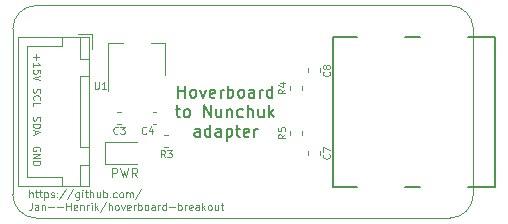
<source format=gto>
G04 #@! TF.GenerationSoftware,KiCad,Pcbnew,(6.0.0-rc1-dev-1-g01c5bdfb8)*
G04 #@! TF.CreationDate,2019-01-02T15:25:24+01:00*
G04 #@! TF.ProjectId,nunchuk_breakout,6E756E6368756B5F627265616B6F7574,rev?*
G04 #@! TF.SameCoordinates,Original*
G04 #@! TF.FileFunction,Legend,Top*
G04 #@! TF.FilePolarity,Positive*
%FSLAX46Y46*%
G04 Gerber Fmt 4.6, Leading zero omitted, Abs format (unit mm)*
G04 Created by KiCad (PCBNEW (6.0.0-rc1-dev-1-g01c5bdfb8)) date Wed Jan  2 15:25:24 2019*
%MOMM*%
%LPD*%
G01*
G04 APERTURE LIST*
%ADD10C,0.110000*%
%ADD11C,0.150000*%
%ADD12C,0.100000*%
%ADD13C,0.120000*%
G04 APERTURE END LIST*
D10*
X97419119Y-107251547D02*
X97419119Y-106601547D01*
X97684833Y-107251547D02*
X97684833Y-106911071D01*
X97655309Y-106849166D01*
X97596261Y-106818214D01*
X97507690Y-106818214D01*
X97448642Y-106849166D01*
X97419119Y-106880119D01*
X97891500Y-106818214D02*
X98127690Y-106818214D01*
X97980071Y-106601547D02*
X97980071Y-107158690D01*
X98009595Y-107220595D01*
X98068642Y-107251547D01*
X98127690Y-107251547D01*
X98245785Y-106818214D02*
X98481976Y-106818214D01*
X98334357Y-106601547D02*
X98334357Y-107158690D01*
X98363880Y-107220595D01*
X98422928Y-107251547D01*
X98481976Y-107251547D01*
X98688642Y-106818214D02*
X98688642Y-107468214D01*
X98688642Y-106849166D02*
X98747690Y-106818214D01*
X98865785Y-106818214D01*
X98924833Y-106849166D01*
X98954357Y-106880119D01*
X98983880Y-106942023D01*
X98983880Y-107127738D01*
X98954357Y-107189642D01*
X98924833Y-107220595D01*
X98865785Y-107251547D01*
X98747690Y-107251547D01*
X98688642Y-107220595D01*
X99220071Y-107220595D02*
X99279119Y-107251547D01*
X99397214Y-107251547D01*
X99456261Y-107220595D01*
X99485785Y-107158690D01*
X99485785Y-107127738D01*
X99456261Y-107065833D01*
X99397214Y-107034880D01*
X99308642Y-107034880D01*
X99249595Y-107003928D01*
X99220071Y-106942023D01*
X99220071Y-106911071D01*
X99249595Y-106849166D01*
X99308642Y-106818214D01*
X99397214Y-106818214D01*
X99456261Y-106849166D01*
X99751500Y-107189642D02*
X99781023Y-107220595D01*
X99751500Y-107251547D01*
X99721976Y-107220595D01*
X99751500Y-107189642D01*
X99751500Y-107251547D01*
X99751500Y-106849166D02*
X99781023Y-106880119D01*
X99751500Y-106911071D01*
X99721976Y-106880119D01*
X99751500Y-106849166D01*
X99751500Y-106911071D01*
X100489595Y-106570595D02*
X99958166Y-107406309D01*
X101139119Y-106570595D02*
X100607690Y-107406309D01*
X101611500Y-106818214D02*
X101611500Y-107344404D01*
X101581976Y-107406309D01*
X101552452Y-107437261D01*
X101493404Y-107468214D01*
X101404833Y-107468214D01*
X101345785Y-107437261D01*
X101611500Y-107220595D02*
X101552452Y-107251547D01*
X101434357Y-107251547D01*
X101375309Y-107220595D01*
X101345785Y-107189642D01*
X101316261Y-107127738D01*
X101316261Y-106942023D01*
X101345785Y-106880119D01*
X101375309Y-106849166D01*
X101434357Y-106818214D01*
X101552452Y-106818214D01*
X101611500Y-106849166D01*
X101906738Y-107251547D02*
X101906738Y-106818214D01*
X101906738Y-106601547D02*
X101877214Y-106632500D01*
X101906738Y-106663452D01*
X101936261Y-106632500D01*
X101906738Y-106601547D01*
X101906738Y-106663452D01*
X102113404Y-106818214D02*
X102349595Y-106818214D01*
X102201976Y-106601547D02*
X102201976Y-107158690D01*
X102231500Y-107220595D01*
X102290547Y-107251547D01*
X102349595Y-107251547D01*
X102556261Y-107251547D02*
X102556261Y-106601547D01*
X102821976Y-107251547D02*
X102821976Y-106911071D01*
X102792452Y-106849166D01*
X102733404Y-106818214D01*
X102644833Y-106818214D01*
X102585785Y-106849166D01*
X102556261Y-106880119D01*
X103382928Y-106818214D02*
X103382928Y-107251547D01*
X103117214Y-106818214D02*
X103117214Y-107158690D01*
X103146738Y-107220595D01*
X103205785Y-107251547D01*
X103294357Y-107251547D01*
X103353404Y-107220595D01*
X103382928Y-107189642D01*
X103678166Y-107251547D02*
X103678166Y-106601547D01*
X103678166Y-106849166D02*
X103737214Y-106818214D01*
X103855309Y-106818214D01*
X103914357Y-106849166D01*
X103943880Y-106880119D01*
X103973404Y-106942023D01*
X103973404Y-107127738D01*
X103943880Y-107189642D01*
X103914357Y-107220595D01*
X103855309Y-107251547D01*
X103737214Y-107251547D01*
X103678166Y-107220595D01*
X104239119Y-107189642D02*
X104268642Y-107220595D01*
X104239119Y-107251547D01*
X104209595Y-107220595D01*
X104239119Y-107189642D01*
X104239119Y-107251547D01*
X104800071Y-107220595D02*
X104741023Y-107251547D01*
X104622928Y-107251547D01*
X104563880Y-107220595D01*
X104534357Y-107189642D01*
X104504833Y-107127738D01*
X104504833Y-106942023D01*
X104534357Y-106880119D01*
X104563880Y-106849166D01*
X104622928Y-106818214D01*
X104741023Y-106818214D01*
X104800071Y-106849166D01*
X105154357Y-107251547D02*
X105095309Y-107220595D01*
X105065785Y-107189642D01*
X105036261Y-107127738D01*
X105036261Y-106942023D01*
X105065785Y-106880119D01*
X105095309Y-106849166D01*
X105154357Y-106818214D01*
X105242928Y-106818214D01*
X105301976Y-106849166D01*
X105331500Y-106880119D01*
X105361023Y-106942023D01*
X105361023Y-107127738D01*
X105331500Y-107189642D01*
X105301976Y-107220595D01*
X105242928Y-107251547D01*
X105154357Y-107251547D01*
X105626738Y-107251547D02*
X105626738Y-106818214D01*
X105626738Y-106880119D02*
X105656261Y-106849166D01*
X105715309Y-106818214D01*
X105803880Y-106818214D01*
X105862928Y-106849166D01*
X105892452Y-106911071D01*
X105892452Y-107251547D01*
X105892452Y-106911071D02*
X105921976Y-106849166D01*
X105981023Y-106818214D01*
X106069595Y-106818214D01*
X106128642Y-106849166D01*
X106158166Y-106911071D01*
X106158166Y-107251547D01*
X106896261Y-106570595D02*
X106364833Y-107406309D01*
X97596261Y-107686547D02*
X97596261Y-108150833D01*
X97566738Y-108243690D01*
X97507690Y-108305595D01*
X97419119Y-108336547D01*
X97360071Y-108336547D01*
X98157214Y-108336547D02*
X98157214Y-107996071D01*
X98127690Y-107934166D01*
X98068642Y-107903214D01*
X97950547Y-107903214D01*
X97891500Y-107934166D01*
X98157214Y-108305595D02*
X98098166Y-108336547D01*
X97950547Y-108336547D01*
X97891500Y-108305595D01*
X97861976Y-108243690D01*
X97861976Y-108181785D01*
X97891500Y-108119880D01*
X97950547Y-108088928D01*
X98098166Y-108088928D01*
X98157214Y-108057976D01*
X98452452Y-107903214D02*
X98452452Y-108336547D01*
X98452452Y-107965119D02*
X98481976Y-107934166D01*
X98541023Y-107903214D01*
X98629595Y-107903214D01*
X98688642Y-107934166D01*
X98718166Y-107996071D01*
X98718166Y-108336547D01*
X99013404Y-108088928D02*
X99485785Y-108088928D01*
X99781023Y-108088928D02*
X100253404Y-108088928D01*
X100548642Y-108336547D02*
X100548642Y-107686547D01*
X100548642Y-107996071D02*
X100902928Y-107996071D01*
X100902928Y-108336547D02*
X100902928Y-107686547D01*
X101434357Y-108305595D02*
X101375309Y-108336547D01*
X101257214Y-108336547D01*
X101198166Y-108305595D01*
X101168642Y-108243690D01*
X101168642Y-107996071D01*
X101198166Y-107934166D01*
X101257214Y-107903214D01*
X101375309Y-107903214D01*
X101434357Y-107934166D01*
X101463880Y-107996071D01*
X101463880Y-108057976D01*
X101168642Y-108119880D01*
X101729595Y-107903214D02*
X101729595Y-108336547D01*
X101729595Y-107965119D02*
X101759119Y-107934166D01*
X101818166Y-107903214D01*
X101906738Y-107903214D01*
X101965785Y-107934166D01*
X101995309Y-107996071D01*
X101995309Y-108336547D01*
X102290547Y-108336547D02*
X102290547Y-107903214D01*
X102290547Y-108027023D02*
X102320071Y-107965119D01*
X102349595Y-107934166D01*
X102408642Y-107903214D01*
X102467690Y-107903214D01*
X102674357Y-108336547D02*
X102674357Y-107903214D01*
X102674357Y-107686547D02*
X102644833Y-107717500D01*
X102674357Y-107748452D01*
X102703880Y-107717500D01*
X102674357Y-107686547D01*
X102674357Y-107748452D01*
X102969595Y-108336547D02*
X102969595Y-107686547D01*
X103028642Y-108088928D02*
X103205785Y-108336547D01*
X103205785Y-107903214D02*
X102969595Y-108150833D01*
X103914357Y-107655595D02*
X103382928Y-108491309D01*
X104121023Y-108336547D02*
X104121023Y-107686547D01*
X104386738Y-108336547D02*
X104386738Y-107996071D01*
X104357214Y-107934166D01*
X104298166Y-107903214D01*
X104209595Y-107903214D01*
X104150547Y-107934166D01*
X104121023Y-107965119D01*
X104770547Y-108336547D02*
X104711500Y-108305595D01*
X104681976Y-108274642D01*
X104652452Y-108212738D01*
X104652452Y-108027023D01*
X104681976Y-107965119D01*
X104711500Y-107934166D01*
X104770547Y-107903214D01*
X104859119Y-107903214D01*
X104918166Y-107934166D01*
X104947690Y-107965119D01*
X104977214Y-108027023D01*
X104977214Y-108212738D01*
X104947690Y-108274642D01*
X104918166Y-108305595D01*
X104859119Y-108336547D01*
X104770547Y-108336547D01*
X105183880Y-107903214D02*
X105331500Y-108336547D01*
X105479119Y-107903214D01*
X105951500Y-108305595D02*
X105892452Y-108336547D01*
X105774357Y-108336547D01*
X105715309Y-108305595D01*
X105685785Y-108243690D01*
X105685785Y-107996071D01*
X105715309Y-107934166D01*
X105774357Y-107903214D01*
X105892452Y-107903214D01*
X105951500Y-107934166D01*
X105981023Y-107996071D01*
X105981023Y-108057976D01*
X105685785Y-108119880D01*
X106246738Y-108336547D02*
X106246738Y-107903214D01*
X106246738Y-108027023D02*
X106276261Y-107965119D01*
X106305785Y-107934166D01*
X106364833Y-107903214D01*
X106423880Y-107903214D01*
X106630547Y-108336547D02*
X106630547Y-107686547D01*
X106630547Y-107934166D02*
X106689595Y-107903214D01*
X106807690Y-107903214D01*
X106866738Y-107934166D01*
X106896261Y-107965119D01*
X106925785Y-108027023D01*
X106925785Y-108212738D01*
X106896261Y-108274642D01*
X106866738Y-108305595D01*
X106807690Y-108336547D01*
X106689595Y-108336547D01*
X106630547Y-108305595D01*
X107280071Y-108336547D02*
X107221023Y-108305595D01*
X107191500Y-108274642D01*
X107161976Y-108212738D01*
X107161976Y-108027023D01*
X107191500Y-107965119D01*
X107221023Y-107934166D01*
X107280071Y-107903214D01*
X107368642Y-107903214D01*
X107427690Y-107934166D01*
X107457214Y-107965119D01*
X107486738Y-108027023D01*
X107486738Y-108212738D01*
X107457214Y-108274642D01*
X107427690Y-108305595D01*
X107368642Y-108336547D01*
X107280071Y-108336547D01*
X108018166Y-108336547D02*
X108018166Y-107996071D01*
X107988642Y-107934166D01*
X107929595Y-107903214D01*
X107811500Y-107903214D01*
X107752452Y-107934166D01*
X108018166Y-108305595D02*
X107959119Y-108336547D01*
X107811500Y-108336547D01*
X107752452Y-108305595D01*
X107722928Y-108243690D01*
X107722928Y-108181785D01*
X107752452Y-108119880D01*
X107811500Y-108088928D01*
X107959119Y-108088928D01*
X108018166Y-108057976D01*
X108313404Y-108336547D02*
X108313404Y-107903214D01*
X108313404Y-108027023D02*
X108342928Y-107965119D01*
X108372452Y-107934166D01*
X108431500Y-107903214D01*
X108490547Y-107903214D01*
X108962928Y-108336547D02*
X108962928Y-107686547D01*
X108962928Y-108305595D02*
X108903880Y-108336547D01*
X108785785Y-108336547D01*
X108726738Y-108305595D01*
X108697214Y-108274642D01*
X108667690Y-108212738D01*
X108667690Y-108027023D01*
X108697214Y-107965119D01*
X108726738Y-107934166D01*
X108785785Y-107903214D01*
X108903880Y-107903214D01*
X108962928Y-107934166D01*
X109258166Y-108088928D02*
X109730547Y-108088928D01*
X110025785Y-108336547D02*
X110025785Y-107686547D01*
X110025785Y-107934166D02*
X110084833Y-107903214D01*
X110202928Y-107903214D01*
X110261976Y-107934166D01*
X110291500Y-107965119D01*
X110321023Y-108027023D01*
X110321023Y-108212738D01*
X110291500Y-108274642D01*
X110261976Y-108305595D01*
X110202928Y-108336547D01*
X110084833Y-108336547D01*
X110025785Y-108305595D01*
X110586738Y-108336547D02*
X110586738Y-107903214D01*
X110586738Y-108027023D02*
X110616261Y-107965119D01*
X110645785Y-107934166D01*
X110704833Y-107903214D01*
X110763880Y-107903214D01*
X111206738Y-108305595D02*
X111147690Y-108336547D01*
X111029595Y-108336547D01*
X110970547Y-108305595D01*
X110941023Y-108243690D01*
X110941023Y-107996071D01*
X110970547Y-107934166D01*
X111029595Y-107903214D01*
X111147690Y-107903214D01*
X111206738Y-107934166D01*
X111236261Y-107996071D01*
X111236261Y-108057976D01*
X110941023Y-108119880D01*
X111767690Y-108336547D02*
X111767690Y-107996071D01*
X111738166Y-107934166D01*
X111679119Y-107903214D01*
X111561023Y-107903214D01*
X111501976Y-107934166D01*
X111767690Y-108305595D02*
X111708642Y-108336547D01*
X111561023Y-108336547D01*
X111501976Y-108305595D01*
X111472452Y-108243690D01*
X111472452Y-108181785D01*
X111501976Y-108119880D01*
X111561023Y-108088928D01*
X111708642Y-108088928D01*
X111767690Y-108057976D01*
X112062928Y-108336547D02*
X112062928Y-107686547D01*
X112121976Y-108088928D02*
X112299119Y-108336547D01*
X112299119Y-107903214D02*
X112062928Y-108150833D01*
X112653404Y-108336547D02*
X112594357Y-108305595D01*
X112564833Y-108274642D01*
X112535309Y-108212738D01*
X112535309Y-108027023D01*
X112564833Y-107965119D01*
X112594357Y-107934166D01*
X112653404Y-107903214D01*
X112741976Y-107903214D01*
X112801023Y-107934166D01*
X112830547Y-107965119D01*
X112860071Y-108027023D01*
X112860071Y-108212738D01*
X112830547Y-108274642D01*
X112801023Y-108305595D01*
X112741976Y-108336547D01*
X112653404Y-108336547D01*
X113391500Y-107903214D02*
X113391500Y-108336547D01*
X113125785Y-107903214D02*
X113125785Y-108243690D01*
X113155309Y-108305595D01*
X113214357Y-108336547D01*
X113302928Y-108336547D01*
X113361976Y-108305595D01*
X113391500Y-108274642D01*
X113598166Y-107903214D02*
X113834357Y-107903214D01*
X113686738Y-107686547D02*
X113686738Y-108243690D01*
X113716261Y-108305595D01*
X113775309Y-108336547D01*
X113834357Y-108336547D01*
D11*
X110023809Y-98802380D02*
X110023809Y-97802380D01*
X110023809Y-98278571D02*
X110595238Y-98278571D01*
X110595238Y-98802380D02*
X110595238Y-97802380D01*
X111214285Y-98802380D02*
X111119047Y-98754761D01*
X111071428Y-98707142D01*
X111023809Y-98611904D01*
X111023809Y-98326190D01*
X111071428Y-98230952D01*
X111119047Y-98183333D01*
X111214285Y-98135714D01*
X111357142Y-98135714D01*
X111452380Y-98183333D01*
X111500000Y-98230952D01*
X111547619Y-98326190D01*
X111547619Y-98611904D01*
X111500000Y-98707142D01*
X111452380Y-98754761D01*
X111357142Y-98802380D01*
X111214285Y-98802380D01*
X111880952Y-98135714D02*
X112119047Y-98802380D01*
X112357142Y-98135714D01*
X113119047Y-98754761D02*
X113023809Y-98802380D01*
X112833333Y-98802380D01*
X112738095Y-98754761D01*
X112690476Y-98659523D01*
X112690476Y-98278571D01*
X112738095Y-98183333D01*
X112833333Y-98135714D01*
X113023809Y-98135714D01*
X113119047Y-98183333D01*
X113166666Y-98278571D01*
X113166666Y-98373809D01*
X112690476Y-98469047D01*
X113595238Y-98802380D02*
X113595238Y-98135714D01*
X113595238Y-98326190D02*
X113642857Y-98230952D01*
X113690476Y-98183333D01*
X113785714Y-98135714D01*
X113880952Y-98135714D01*
X114214285Y-98802380D02*
X114214285Y-97802380D01*
X114214285Y-98183333D02*
X114309523Y-98135714D01*
X114500000Y-98135714D01*
X114595238Y-98183333D01*
X114642857Y-98230952D01*
X114690476Y-98326190D01*
X114690476Y-98611904D01*
X114642857Y-98707142D01*
X114595238Y-98754761D01*
X114500000Y-98802380D01*
X114309523Y-98802380D01*
X114214285Y-98754761D01*
X115261904Y-98802380D02*
X115166666Y-98754761D01*
X115119047Y-98707142D01*
X115071428Y-98611904D01*
X115071428Y-98326190D01*
X115119047Y-98230952D01*
X115166666Y-98183333D01*
X115261904Y-98135714D01*
X115404761Y-98135714D01*
X115500000Y-98183333D01*
X115547619Y-98230952D01*
X115595238Y-98326190D01*
X115595238Y-98611904D01*
X115547619Y-98707142D01*
X115500000Y-98754761D01*
X115404761Y-98802380D01*
X115261904Y-98802380D01*
X116452380Y-98802380D02*
X116452380Y-98278571D01*
X116404761Y-98183333D01*
X116309523Y-98135714D01*
X116119047Y-98135714D01*
X116023809Y-98183333D01*
X116452380Y-98754761D02*
X116357142Y-98802380D01*
X116119047Y-98802380D01*
X116023809Y-98754761D01*
X115976190Y-98659523D01*
X115976190Y-98564285D01*
X116023809Y-98469047D01*
X116119047Y-98421428D01*
X116357142Y-98421428D01*
X116452380Y-98373809D01*
X116928571Y-98802380D02*
X116928571Y-98135714D01*
X116928571Y-98326190D02*
X116976190Y-98230952D01*
X117023809Y-98183333D01*
X117119047Y-98135714D01*
X117214285Y-98135714D01*
X117976190Y-98802380D02*
X117976190Y-97802380D01*
X117976190Y-98754761D02*
X117880952Y-98802380D01*
X117690476Y-98802380D01*
X117595238Y-98754761D01*
X117547619Y-98707142D01*
X117500000Y-98611904D01*
X117500000Y-98326190D01*
X117547619Y-98230952D01*
X117595238Y-98183333D01*
X117690476Y-98135714D01*
X117880952Y-98135714D01*
X117976190Y-98183333D01*
X109809523Y-99785714D02*
X110190476Y-99785714D01*
X109952380Y-99452380D02*
X109952380Y-100309523D01*
X110000000Y-100404761D01*
X110095238Y-100452380D01*
X110190476Y-100452380D01*
X110666666Y-100452380D02*
X110571428Y-100404761D01*
X110523809Y-100357142D01*
X110476190Y-100261904D01*
X110476190Y-99976190D01*
X110523809Y-99880952D01*
X110571428Y-99833333D01*
X110666666Y-99785714D01*
X110809523Y-99785714D01*
X110904761Y-99833333D01*
X110952380Y-99880952D01*
X111000000Y-99976190D01*
X111000000Y-100261904D01*
X110952380Y-100357142D01*
X110904761Y-100404761D01*
X110809523Y-100452380D01*
X110666666Y-100452380D01*
X112190476Y-100452380D02*
X112190476Y-99452380D01*
X112761904Y-100452380D01*
X112761904Y-99452380D01*
X113666666Y-99785714D02*
X113666666Y-100452380D01*
X113238095Y-99785714D02*
X113238095Y-100309523D01*
X113285714Y-100404761D01*
X113380952Y-100452380D01*
X113523809Y-100452380D01*
X113619047Y-100404761D01*
X113666666Y-100357142D01*
X114142857Y-99785714D02*
X114142857Y-100452380D01*
X114142857Y-99880952D02*
X114190476Y-99833333D01*
X114285714Y-99785714D01*
X114428571Y-99785714D01*
X114523809Y-99833333D01*
X114571428Y-99928571D01*
X114571428Y-100452380D01*
X115476190Y-100404761D02*
X115380952Y-100452380D01*
X115190476Y-100452380D01*
X115095238Y-100404761D01*
X115047619Y-100357142D01*
X115000000Y-100261904D01*
X115000000Y-99976190D01*
X115047619Y-99880952D01*
X115095238Y-99833333D01*
X115190476Y-99785714D01*
X115380952Y-99785714D01*
X115476190Y-99833333D01*
X115904761Y-100452380D02*
X115904761Y-99452380D01*
X116333333Y-100452380D02*
X116333333Y-99928571D01*
X116285714Y-99833333D01*
X116190476Y-99785714D01*
X116047619Y-99785714D01*
X115952380Y-99833333D01*
X115904761Y-99880952D01*
X117238095Y-99785714D02*
X117238095Y-100452380D01*
X116809523Y-99785714D02*
X116809523Y-100309523D01*
X116857142Y-100404761D01*
X116952380Y-100452380D01*
X117095238Y-100452380D01*
X117190476Y-100404761D01*
X117238095Y-100357142D01*
X117714285Y-100452380D02*
X117714285Y-99452380D01*
X117809523Y-100071428D02*
X118095238Y-100452380D01*
X118095238Y-99785714D02*
X117714285Y-100166666D01*
X111833333Y-102102380D02*
X111833333Y-101578571D01*
X111785714Y-101483333D01*
X111690476Y-101435714D01*
X111500000Y-101435714D01*
X111404761Y-101483333D01*
X111833333Y-102054761D02*
X111738095Y-102102380D01*
X111500000Y-102102380D01*
X111404761Y-102054761D01*
X111357142Y-101959523D01*
X111357142Y-101864285D01*
X111404761Y-101769047D01*
X111500000Y-101721428D01*
X111738095Y-101721428D01*
X111833333Y-101673809D01*
X112738095Y-102102380D02*
X112738095Y-101102380D01*
X112738095Y-102054761D02*
X112642857Y-102102380D01*
X112452380Y-102102380D01*
X112357142Y-102054761D01*
X112309523Y-102007142D01*
X112261904Y-101911904D01*
X112261904Y-101626190D01*
X112309523Y-101530952D01*
X112357142Y-101483333D01*
X112452380Y-101435714D01*
X112642857Y-101435714D01*
X112738095Y-101483333D01*
X113642857Y-102102380D02*
X113642857Y-101578571D01*
X113595238Y-101483333D01*
X113500000Y-101435714D01*
X113309523Y-101435714D01*
X113214285Y-101483333D01*
X113642857Y-102054761D02*
X113547619Y-102102380D01*
X113309523Y-102102380D01*
X113214285Y-102054761D01*
X113166666Y-101959523D01*
X113166666Y-101864285D01*
X113214285Y-101769047D01*
X113309523Y-101721428D01*
X113547619Y-101721428D01*
X113642857Y-101673809D01*
X114119047Y-101435714D02*
X114119047Y-102435714D01*
X114119047Y-101483333D02*
X114214285Y-101435714D01*
X114404761Y-101435714D01*
X114500000Y-101483333D01*
X114547619Y-101530952D01*
X114595238Y-101626190D01*
X114595238Y-101911904D01*
X114547619Y-102007142D01*
X114500000Y-102054761D01*
X114404761Y-102102380D01*
X114214285Y-102102380D01*
X114119047Y-102054761D01*
X114880952Y-101435714D02*
X115261904Y-101435714D01*
X115023809Y-101102380D02*
X115023809Y-101959523D01*
X115071428Y-102054761D01*
X115166666Y-102102380D01*
X115261904Y-102102380D01*
X115976190Y-102054761D02*
X115880952Y-102102380D01*
X115690476Y-102102380D01*
X115595238Y-102054761D01*
X115547619Y-101959523D01*
X115547619Y-101578571D01*
X115595238Y-101483333D01*
X115690476Y-101435714D01*
X115880952Y-101435714D01*
X115976190Y-101483333D01*
X116023809Y-101578571D01*
X116023809Y-101673809D01*
X115547619Y-101769047D01*
X116452380Y-102102380D02*
X116452380Y-101435714D01*
X116452380Y-101626190D02*
X116500000Y-101530952D01*
X116547619Y-101483333D01*
X116642857Y-101435714D01*
X116738095Y-101435714D01*
D12*
X98300000Y-103292857D02*
X98328571Y-103235714D01*
X98328571Y-103150000D01*
X98300000Y-103064285D01*
X98242857Y-103007142D01*
X98185714Y-102978571D01*
X98071428Y-102950000D01*
X97985714Y-102950000D01*
X97871428Y-102978571D01*
X97814285Y-103007142D01*
X97757142Y-103064285D01*
X97728571Y-103150000D01*
X97728571Y-103207142D01*
X97757142Y-103292857D01*
X97785714Y-103321428D01*
X97985714Y-103321428D01*
X97985714Y-103207142D01*
X97728571Y-103578571D02*
X98328571Y-103578571D01*
X97728571Y-103921428D01*
X98328571Y-103921428D01*
X97728571Y-104207142D02*
X98328571Y-104207142D01*
X98328571Y-104350000D01*
X98300000Y-104435714D01*
X98242857Y-104492857D01*
X98185714Y-104521428D01*
X98071428Y-104550000D01*
X97985714Y-104550000D01*
X97871428Y-104521428D01*
X97814285Y-104492857D01*
X97757142Y-104435714D01*
X97728571Y-104350000D01*
X97728571Y-104207142D01*
X97757142Y-100421428D02*
X97728571Y-100507142D01*
X97728571Y-100650000D01*
X97757142Y-100707142D01*
X97785714Y-100735714D01*
X97842857Y-100764285D01*
X97900000Y-100764285D01*
X97957142Y-100735714D01*
X97985714Y-100707142D01*
X98014285Y-100650000D01*
X98042857Y-100535714D01*
X98071428Y-100478571D01*
X98100000Y-100450000D01*
X98157142Y-100421428D01*
X98214285Y-100421428D01*
X98271428Y-100450000D01*
X98300000Y-100478571D01*
X98328571Y-100535714D01*
X98328571Y-100678571D01*
X98300000Y-100764285D01*
X97728571Y-101021428D02*
X98328571Y-101021428D01*
X98328571Y-101164285D01*
X98300000Y-101250000D01*
X98242857Y-101307142D01*
X98185714Y-101335714D01*
X98071428Y-101364285D01*
X97985714Y-101364285D01*
X97871428Y-101335714D01*
X97814285Y-101307142D01*
X97757142Y-101250000D01*
X97728571Y-101164285D01*
X97728571Y-101021428D01*
X97900000Y-101592857D02*
X97900000Y-101878571D01*
X97728571Y-101535714D02*
X98328571Y-101735714D01*
X97728571Y-101935714D01*
X97757142Y-98035714D02*
X97728571Y-98121428D01*
X97728571Y-98264285D01*
X97757142Y-98321428D01*
X97785714Y-98350000D01*
X97842857Y-98378571D01*
X97900000Y-98378571D01*
X97957142Y-98350000D01*
X97985714Y-98321428D01*
X98014285Y-98264285D01*
X98042857Y-98150000D01*
X98071428Y-98092857D01*
X98100000Y-98064285D01*
X98157142Y-98035714D01*
X98214285Y-98035714D01*
X98271428Y-98064285D01*
X98300000Y-98092857D01*
X98328571Y-98150000D01*
X98328571Y-98292857D01*
X98300000Y-98378571D01*
X97785714Y-98978571D02*
X97757142Y-98950000D01*
X97728571Y-98864285D01*
X97728571Y-98807142D01*
X97757142Y-98721428D01*
X97814285Y-98664285D01*
X97871428Y-98635714D01*
X97985714Y-98607142D01*
X98071428Y-98607142D01*
X98185714Y-98635714D01*
X98242857Y-98664285D01*
X98300000Y-98721428D01*
X98328571Y-98807142D01*
X98328571Y-98864285D01*
X98300000Y-98950000D01*
X98271428Y-98978571D01*
X97728571Y-99521428D02*
X97728571Y-99235714D01*
X98328571Y-99235714D01*
X97957142Y-95142857D02*
X97957142Y-95600000D01*
X97728571Y-95371428D02*
X98185714Y-95371428D01*
X97728571Y-96200000D02*
X97728571Y-95857142D01*
X97728571Y-96028571D02*
X98328571Y-96028571D01*
X98242857Y-95971428D01*
X98185714Y-95914285D01*
X98157142Y-95857142D01*
X98328571Y-96742857D02*
X98328571Y-96457142D01*
X98042857Y-96428571D01*
X98071428Y-96457142D01*
X98100000Y-96514285D01*
X98100000Y-96657142D01*
X98071428Y-96714285D01*
X98042857Y-96742857D01*
X97985714Y-96771428D01*
X97842857Y-96771428D01*
X97785714Y-96742857D01*
X97757142Y-96714285D01*
X97728571Y-96657142D01*
X97728571Y-96514285D01*
X97757142Y-96457142D01*
X97785714Y-96428571D01*
X98328571Y-96942857D02*
X97728571Y-97142857D01*
X98328571Y-97342857D01*
X104383333Y-105561904D02*
X104383333Y-104761904D01*
X104688095Y-104761904D01*
X104764285Y-104800000D01*
X104802380Y-104838095D01*
X104840476Y-104914285D01*
X104840476Y-105028571D01*
X104802380Y-105104761D01*
X104764285Y-105142857D01*
X104688095Y-105180952D01*
X104383333Y-105180952D01*
X105107142Y-104761904D02*
X105297619Y-105561904D01*
X105450000Y-104990476D01*
X105602380Y-105561904D01*
X105792857Y-104761904D01*
X106554761Y-105561904D02*
X106288095Y-105180952D01*
X106097619Y-105561904D02*
X106097619Y-104761904D01*
X106402380Y-104761904D01*
X106478571Y-104800000D01*
X106516666Y-104838095D01*
X106554761Y-104914285D01*
X106554761Y-105028571D01*
X106516666Y-105104761D01*
X106478571Y-105142857D01*
X106402380Y-105180952D01*
X106097619Y-105180952D01*
X133000000Y-91000000D02*
G75*
G02X135000000Y-93000000I0J-2000000D01*
G01*
X135000000Y-107000000D02*
G75*
G02X133000000Y-109000000I-2000000J0D01*
G01*
X98000000Y-109000000D02*
G75*
G02X96000000Y-107000000I0J2000000D01*
G01*
X96000000Y-93000000D02*
G75*
G02X98000000Y-91000000I2000000J0D01*
G01*
X135000000Y-107000000D02*
X135000000Y-93000000D01*
X98000000Y-109000000D02*
X133000000Y-109000000D01*
X96000000Y-93000000D02*
X96000000Y-107000000D01*
X133000000Y-91000000D02*
X98000000Y-91000000D01*
D13*
G04 #@! TO.C,J2*
X102460000Y-93690000D02*
X96490000Y-93690000D01*
X96490000Y-93690000D02*
X96490000Y-106310000D01*
X96490000Y-106310000D02*
X102460000Y-106310000D01*
X102460000Y-106310000D02*
X102460000Y-93690000D01*
X102450000Y-97000000D02*
X101700000Y-97000000D01*
X101700000Y-97000000D02*
X101700000Y-103000000D01*
X101700000Y-103000000D02*
X102450000Y-103000000D01*
X102450000Y-103000000D02*
X102450000Y-97000000D01*
X102450000Y-93700000D02*
X101700000Y-93700000D01*
X101700000Y-93700000D02*
X101700000Y-95500000D01*
X101700000Y-95500000D02*
X102450000Y-95500000D01*
X102450000Y-95500000D02*
X102450000Y-93700000D01*
X102450000Y-104500000D02*
X101700000Y-104500000D01*
X101700000Y-104500000D02*
X101700000Y-106300000D01*
X101700000Y-106300000D02*
X102450000Y-106300000D01*
X102450000Y-106300000D02*
X102450000Y-104500000D01*
X100200000Y-93700000D02*
X100200000Y-94450000D01*
X100200000Y-94450000D02*
X97250000Y-94450000D01*
X97250000Y-94450000D02*
X97250000Y-100000000D01*
X100200000Y-106300000D02*
X100200000Y-105550000D01*
X100200000Y-105550000D02*
X97250000Y-105550000D01*
X97250000Y-105550000D02*
X97250000Y-100000000D01*
X102750000Y-94650000D02*
X102750000Y-93400000D01*
X102750000Y-93400000D02*
X101500000Y-93400000D01*
G04 #@! TO.C,U1*
X107700000Y-94220000D02*
X108900000Y-94220000D01*
X108900000Y-94220000D02*
X108900000Y-96920000D01*
X104100000Y-98220000D02*
X104100000Y-94220000D01*
X104100000Y-94220000D02*
X105300000Y-94220000D01*
G04 #@! TO.C,C8*
X122010000Y-96662779D02*
X122010000Y-96337221D01*
X120990000Y-96662779D02*
X120990000Y-96337221D01*
G04 #@! TO.C,C7*
X120990000Y-103662779D02*
X120990000Y-103337221D01*
X122010000Y-103662779D02*
X122010000Y-103337221D01*
G04 #@! TO.C,C4*
X108162779Y-99990000D02*
X107837221Y-99990000D01*
X108162779Y-101010000D02*
X107837221Y-101010000D01*
G04 #@! TO.C,C3*
X104837221Y-99990000D02*
X105162779Y-99990000D01*
X104837221Y-101010000D02*
X105162779Y-101010000D01*
G04 #@! TO.C,D3*
X106500000Y-102540000D02*
X103815000Y-102540000D01*
X103815000Y-102540000D02*
X103815000Y-104460000D01*
X103815000Y-104460000D02*
X106500000Y-104460000D01*
G04 #@! TO.C,R5*
X120510000Y-101624722D02*
X120510000Y-101950280D01*
X119490000Y-101624722D02*
X119490000Y-101950280D01*
G04 #@! TO.C,R4*
X120510000Y-98162779D02*
X120510000Y-97837221D01*
X119490000Y-98162779D02*
X119490000Y-97837221D01*
G04 #@! TO.C,R3*
X108837221Y-101990000D02*
X109162779Y-101990000D01*
X108837221Y-103010000D02*
X109162779Y-103010000D01*
D11*
G04 #@! TO.C,P1*
X134572000Y-93650000D02*
X136858000Y-93650000D01*
X136858000Y-93650000D02*
X136858000Y-106350000D01*
X136858000Y-106350000D02*
X134572000Y-106350000D01*
X129238000Y-106350000D02*
X130508000Y-106350000D01*
X129238000Y-93650000D02*
X130508000Y-93650000D01*
X123142000Y-93650000D02*
X125174000Y-93650000D01*
X123142000Y-106350000D02*
X125174000Y-106350000D01*
X123142000Y-106350000D02*
X123142000Y-93650000D01*
G04 #@! TD*
G04 #@! TO.C,U1*
D12*
X102942857Y-97471428D02*
X102942857Y-97957142D01*
X102971428Y-98014285D01*
X103000000Y-98042857D01*
X103057142Y-98071428D01*
X103171428Y-98071428D01*
X103228571Y-98042857D01*
X103257142Y-98014285D01*
X103285714Y-97957142D01*
X103285714Y-97471428D01*
X103885714Y-98071428D02*
X103542857Y-98071428D01*
X103714285Y-98071428D02*
X103714285Y-97471428D01*
X103657142Y-97557142D01*
X103600000Y-97614285D01*
X103542857Y-97642857D01*
G04 #@! TO.C,C8*
X122814285Y-96600000D02*
X122842857Y-96628571D01*
X122871428Y-96714285D01*
X122871428Y-96771428D01*
X122842857Y-96857142D01*
X122785714Y-96914285D01*
X122728571Y-96942857D01*
X122614285Y-96971428D01*
X122528571Y-96971428D01*
X122414285Y-96942857D01*
X122357142Y-96914285D01*
X122300000Y-96857142D01*
X122271428Y-96771428D01*
X122271428Y-96714285D01*
X122300000Y-96628571D01*
X122328571Y-96600000D01*
X122528571Y-96257142D02*
X122500000Y-96314285D01*
X122471428Y-96342857D01*
X122414285Y-96371428D01*
X122385714Y-96371428D01*
X122328571Y-96342857D01*
X122300000Y-96314285D01*
X122271428Y-96257142D01*
X122271428Y-96142857D01*
X122300000Y-96085714D01*
X122328571Y-96057142D01*
X122385714Y-96028571D01*
X122414285Y-96028571D01*
X122471428Y-96057142D01*
X122500000Y-96085714D01*
X122528571Y-96142857D01*
X122528571Y-96257142D01*
X122557142Y-96314285D01*
X122585714Y-96342857D01*
X122642857Y-96371428D01*
X122757142Y-96371428D01*
X122814285Y-96342857D01*
X122842857Y-96314285D01*
X122871428Y-96257142D01*
X122871428Y-96142857D01*
X122842857Y-96085714D01*
X122814285Y-96057142D01*
X122757142Y-96028571D01*
X122642857Y-96028571D01*
X122585714Y-96057142D01*
X122557142Y-96085714D01*
X122528571Y-96142857D01*
G04 #@! TO.C,C7*
X122814285Y-103600000D02*
X122842857Y-103628571D01*
X122871428Y-103714285D01*
X122871428Y-103771428D01*
X122842857Y-103857142D01*
X122785714Y-103914285D01*
X122728571Y-103942857D01*
X122614285Y-103971428D01*
X122528571Y-103971428D01*
X122414285Y-103942857D01*
X122357142Y-103914285D01*
X122300000Y-103857142D01*
X122271428Y-103771428D01*
X122271428Y-103714285D01*
X122300000Y-103628571D01*
X122328571Y-103600000D01*
X122271428Y-103400000D02*
X122271428Y-103000000D01*
X122871428Y-103257142D01*
G04 #@! TO.C,C4*
X107300000Y-101814285D02*
X107271428Y-101842857D01*
X107185714Y-101871428D01*
X107128571Y-101871428D01*
X107042857Y-101842857D01*
X106985714Y-101785714D01*
X106957142Y-101728571D01*
X106928571Y-101614285D01*
X106928571Y-101528571D01*
X106957142Y-101414285D01*
X106985714Y-101357142D01*
X107042857Y-101300000D01*
X107128571Y-101271428D01*
X107185714Y-101271428D01*
X107271428Y-101300000D01*
X107300000Y-101328571D01*
X107814285Y-101471428D02*
X107814285Y-101871428D01*
X107671428Y-101242857D02*
X107528571Y-101671428D01*
X107900000Y-101671428D01*
G04 #@! TO.C,C3*
X104900000Y-101814285D02*
X104871428Y-101842857D01*
X104785714Y-101871428D01*
X104728571Y-101871428D01*
X104642857Y-101842857D01*
X104585714Y-101785714D01*
X104557142Y-101728571D01*
X104528571Y-101614285D01*
X104528571Y-101528571D01*
X104557142Y-101414285D01*
X104585714Y-101357142D01*
X104642857Y-101300000D01*
X104728571Y-101271428D01*
X104785714Y-101271428D01*
X104871428Y-101300000D01*
X104900000Y-101328571D01*
X105100000Y-101271428D02*
X105471428Y-101271428D01*
X105271428Y-101500000D01*
X105357142Y-101500000D01*
X105414285Y-101528571D01*
X105442857Y-101557142D01*
X105471428Y-101614285D01*
X105471428Y-101757142D01*
X105442857Y-101814285D01*
X105414285Y-101842857D01*
X105357142Y-101871428D01*
X105185714Y-101871428D01*
X105128571Y-101842857D01*
X105100000Y-101814285D01*
G04 #@! TO.C,R5*
X119071428Y-101900000D02*
X118785714Y-102100000D01*
X119071428Y-102242857D02*
X118471428Y-102242857D01*
X118471428Y-102014285D01*
X118500000Y-101957142D01*
X118528571Y-101928571D01*
X118585714Y-101900000D01*
X118671428Y-101900000D01*
X118728571Y-101928571D01*
X118757142Y-101957142D01*
X118785714Y-102014285D01*
X118785714Y-102242857D01*
X118471428Y-101357142D02*
X118471428Y-101642857D01*
X118757142Y-101671428D01*
X118728571Y-101642857D01*
X118700000Y-101585714D01*
X118700000Y-101442857D01*
X118728571Y-101385714D01*
X118757142Y-101357142D01*
X118814285Y-101328571D01*
X118957142Y-101328571D01*
X119014285Y-101357142D01*
X119042857Y-101385714D01*
X119071428Y-101442857D01*
X119071428Y-101585714D01*
X119042857Y-101642857D01*
X119014285Y-101671428D01*
G04 #@! TO.C,R4*
X119071428Y-98100000D02*
X118785714Y-98300000D01*
X119071428Y-98442857D02*
X118471428Y-98442857D01*
X118471428Y-98214285D01*
X118500000Y-98157142D01*
X118528571Y-98128571D01*
X118585714Y-98100000D01*
X118671428Y-98100000D01*
X118728571Y-98128571D01*
X118757142Y-98157142D01*
X118785714Y-98214285D01*
X118785714Y-98442857D01*
X118671428Y-97585714D02*
X119071428Y-97585714D01*
X118442857Y-97728571D02*
X118871428Y-97871428D01*
X118871428Y-97500000D01*
G04 #@! TO.C,R3*
X108900000Y-103871428D02*
X108700000Y-103585714D01*
X108557142Y-103871428D02*
X108557142Y-103271428D01*
X108785714Y-103271428D01*
X108842857Y-103300000D01*
X108871428Y-103328571D01*
X108900000Y-103385714D01*
X108900000Y-103471428D01*
X108871428Y-103528571D01*
X108842857Y-103557142D01*
X108785714Y-103585714D01*
X108557142Y-103585714D01*
X109100000Y-103271428D02*
X109471428Y-103271428D01*
X109271428Y-103500000D01*
X109357142Y-103500000D01*
X109414285Y-103528571D01*
X109442857Y-103557142D01*
X109471428Y-103614285D01*
X109471428Y-103757142D01*
X109442857Y-103814285D01*
X109414285Y-103842857D01*
X109357142Y-103871428D01*
X109185714Y-103871428D01*
X109128571Y-103842857D01*
X109100000Y-103814285D01*
G04 #@! TD*
M02*

</source>
